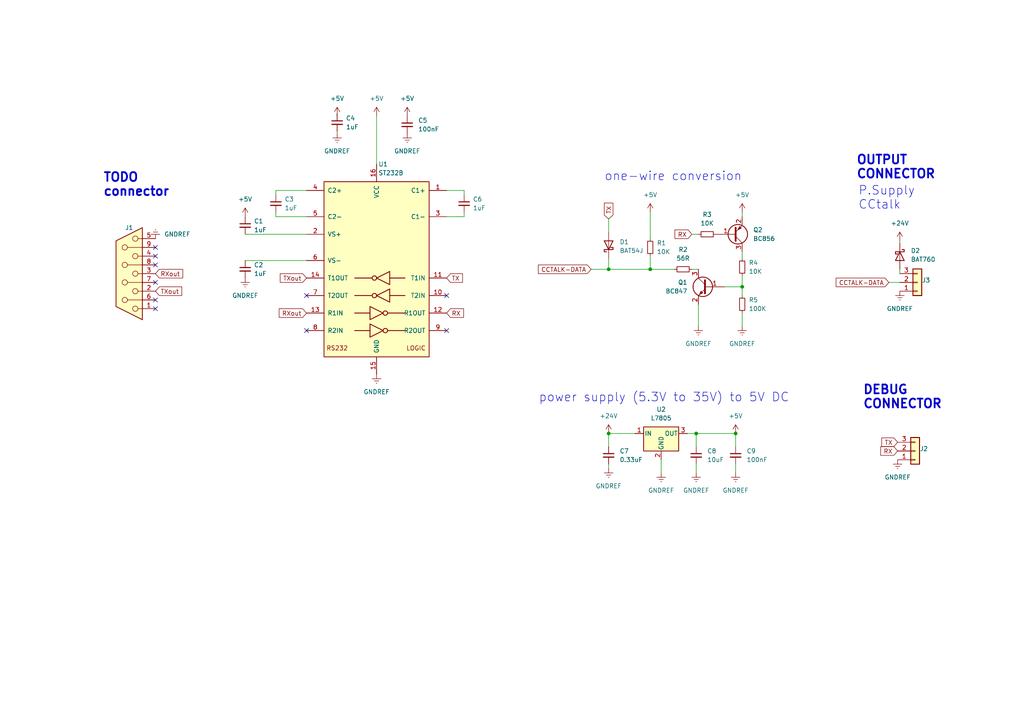
<source format=kicad_sch>
(kicad_sch (version 20211123) (generator eeschema)
  (paper "A4")
  (lib_symbols
    (symbol "CCtalk-converter-lib:BAT54J" (pin_numbers hide) (pin_names hide)
      (property "Reference" "D?" (at 3.175 0.9526 90))
      (property "Value" "BAT54J" (at 3.175 -1.5874 90))
      (symbol "BAT54J_0_1"
        (polyline (pts (xy 1.27 0) (xy -1.27 0)))
        (polyline (pts (xy 1.27 1.27) (xy 1.27 -1.27) (xy -1.27 0) (xy 1.27 1.27)) (stroke (width 0.254)))
        (polyline (pts (xy -1.905 0.635) (xy -1.905 1.27) (xy -1.27 1.27) (xy -1.27 -1.27) (xy -0.635 -1.27) (xy -0.635 -0.635)) (stroke (width 0.254)))
      )
      (symbol "BAT54J_1_1"
        (pin passive line (at -3.81 0 0) (length 2.54) (name "K") (number "1"))
        (pin passive line (at 3.81 0 180) (length 2.54) (name "A") (number "2"))
      )
    )
    (symbol "CCtalk-converter-lib:BC847" (pin_names (offset 0) hide)
      (property "Reference" "Q?" (at -5.08 1.2701 0))
      (property "Value" "BC847" (at -5.08 -1.2699 0))
      (symbol "BC847_0_1"
        (polyline (pts (xy 0.635 0.635) (xy 2.54 2.54)))
        (polyline (pts (xy 0.635 -0.635) (xy 2.54 -2.54) (xy 2.54 -2.54)))
        (polyline (pts (xy 0.635 1.905) (xy 0.635 -1.905) (xy 0.635 -1.905)) (stroke (width 0.508)))
        (polyline (pts (xy 1.27 -1.778) (xy 1.778 -1.27) (xy 2.286 -2.286) (xy 1.27 -1.778) (xy 1.27 -1.778)) (fill (type outline)))
        (circle (center 1.27 0) (radius 2.8194) (stroke (width 0.254)))
      )
      (symbol "BC847_1_1"
        (pin input line (at -5.08 0 0) (length 5.715) (name "B") (number "1"))
        (pin passive line (at 2.54 -5.08 90) (length 2.54) (name "E") (number "2"))
        (pin passive line (at 2.54 5.08 270) (length 2.54) (name "C") (number "3"))
      )
    )
    (symbol "CCtalk-converter-lib:BC856" (pin_names (offset 0) hide)
      (property "Reference" "Q?" (at 5.08 1.2701 0))
      (property "Value" "BC856" (at 5.08 -1.2699 0))
      (symbol "BC856_0_1"
        (polyline (pts (xy 0.635 0.635) (xy 2.54 2.54)))
        (polyline (pts (xy 0.635 -0.635) (xy 2.54 -2.54) (xy 2.54 -2.54)))
        (polyline (pts (xy 0.635 1.905) (xy 0.635 -1.905) (xy 0.635 -1.905)) (stroke (width 0.508)))
        (polyline (pts (xy 2.286 -1.778) (xy 1.778 -2.286) (xy 1.27 -1.27) (xy 2.286 -1.778) (xy 2.286 -1.778)) (fill (type outline)))
        (circle (center 1.27 0) (radius 2.8194) (stroke (width 0.254)))
      )
      (symbol "BC856_1_1"
        (pin input line (at -5.08 0 0) (length 5.715) (name "B") (number "1"))
        (pin passive line (at 2.54 -5.08 90) (length 2.54) (name "E") (number "2"))
        (pin passive line (at 2.54 5.08 270) (length 2.54) (name "C") (number "3"))
      )
    )
    (symbol "CCtalk-converter-lib:C" (pin_numbers hide) (pin_names (offset 0.254) hide)
      (property "Reference" "C?" (at 2.54 1.2638 0))
      (property "Value" "C" (at 2.54 -1.2762 0))
      (symbol "C_0_1"
        (polyline (pts (xy -1.524 -0.508) (xy 1.524 -0.508)) (stroke (width 0.3302)))
        (polyline (pts (xy -1.524 0.508) (xy 1.524 0.508)) (stroke (width 0.3048)))
      )
      (symbol "C_1_1"
        (pin passive line (at 0 2.54 270) (length 2.032) (name "~") (number "1"))
        (pin passive line (at 0 -2.54 90) (length 2.032) (name "~") (number "2"))
      )
    )
    (symbol "CCtalk-converter-lib:Conn_01x03" (pin_names (offset 1.016) hide)
      (property "Reference" "J?" (at 2.54 0.0001 0))
      (property "Value" "Conn_01x03" (at 2.54 -2.5399 0))
      (symbol "Conn_01x03_0_1"
        (rectangle (start -1.27 3.81) (end 1.27 -3.9116) (stroke (width 0.3)) (fill (type background)))
      )
      (symbol "Conn_01x03_1_1"
        (rectangle (start -1.27 -2.413) (end 0 -2.667) (stroke (width 0.1524)))
        (rectangle (start -1.27 0.127) (end 0 -0.127) (stroke (width 0.1524)))
        (rectangle (start -1.27 2.667) (end 0 2.413) (stroke (width 0.1524)))
        (pin passive line (at -5.08 2.54 0) (length 3.81) (name "Pin_1") (number "1"))
        (pin passive line (at -5.08 0 0) (length 3.81) (name "Pin_2") (number "2"))
        (pin passive line (at -5.08 -2.54 0) (length 3.81) (name "Pin_3") (number "3"))
      )
    )
    (symbol "CCtalk-converter-lib:L7805" (pin_names (offset 0.254))
      (property "Reference" "U?" (at 0 7.62 0))
      (property "Value" "L7805" (at 0 5.08 0))
      (symbol "L7805_0_1"
        (rectangle (start -5.08 1.905) (end 5.08 -5.08) (stroke (width 0.254)) (fill (type background)))
      )
      (symbol "L7805_1_1"
        (pin power_in line (at -7.62 0 0) (length 2.54) (name "IN") (number "1"))
        (pin power_in line (at 0 -7.62 90) (length 2.54) (name "GND") (number "2"))
        (pin power_out line (at 7.62 0 180) (length 2.54) (name "OUT") (number "3"))
      )
    )
    (symbol "CCtalk-converter-lib:R" (pin_numbers hide) (pin_names (offset 0.254) hide)
      (property "Reference" "R?" (at 2.54 1.2701 0))
      (property "Value" "R" (at 2.54 -1.2699 0))
      (symbol "R_0_1"
        (rectangle (start -0.762 1.778) (end 0.762 -1.778) (stroke (width 0.2032)))
      )
      (symbol "R_1_1"
        (pin passive line (at 0 2.54 270) (length 0.762) (name "~") (number "1"))
        (pin passive line (at 0 -2.54 90) (length 0.762) (name "~") (number "2"))
      )
    )
    (symbol "CCtalk-converter-lib:ST232B" (pin_names (offset 1.016))
      (property "Reference" "U?" (at 0.5206 30.48 0))
      (property "Value" "ST232B" (at 0.5206 27.94 0))
      (symbol "ST232B_0_0"
        (text "LOGIC" (at -11.43 -22.86 0) (effects (font (size 1.27 1.27))))
        (text "RS232" (at 11.43 -22.86 0) (effects (font (size 1.27 1.27))))
      )
      (symbol "ST232B_0_1"
        (rectangle (start -15.24 -25.4) (end 15.24 25.4) (stroke (width 0.254)) (fill (type background)))
        (circle (center -2.54 -17.78) (radius 0.635) (stroke (width 0.254)))
        (circle (center -2.54 -12.7) (radius 0.635) (stroke (width 0.254)))
        (polyline (pts (xy -3.81 -7.62) (xy -8.255 -7.62)) (stroke (width 0.254)))
        (polyline (pts (xy -3.81 -2.54) (xy -8.255 -2.54)) (stroke (width 0.254)))
        (polyline (pts (xy -3.175 -17.78) (xy -8.255 -17.78)) (stroke (width 0.254)))
        (polyline (pts (xy -3.175 -12.7) (xy -8.255 -12.7)) (stroke (width 0.254)))
        (polyline (pts (xy 1.27 -7.62) (xy 6.35 -7.62)) (stroke (width 0.254)))
        (polyline (pts (xy 1.27 -2.54) (xy 6.35 -2.54)) (stroke (width 0.254)))
        (polyline (pts (xy 1.905 -17.78) (xy 6.35 -17.78)) (stroke (width 0.254)))
        (polyline (pts (xy 1.905 -12.7) (xy 6.35 -12.7)) (stroke (width 0.254)))
        (polyline (pts (xy -3.81 -5.715) (xy -3.81 -9.525) (xy 0 -7.62) (xy -3.81 -5.715)) (stroke (width 0.254)))
        (polyline (pts (xy -3.81 -0.635) (xy -3.81 -4.445) (xy 0 -2.54) (xy -3.81 -0.635)) (stroke (width 0.254)))
        (polyline (pts (xy 1.905 -15.875) (xy 1.905 -19.685) (xy -1.905 -17.78) (xy 1.905 -15.875)) (stroke (width 0.254)))
        (polyline (pts (xy 1.905 -10.795) (xy 1.905 -14.605) (xy -1.905 -12.7) (xy 1.905 -10.795)) (stroke (width 0.254)))
        (circle (center 0.635 -7.62) (radius 0.635) (stroke (width 0.254)))
        (circle (center 0.635 -2.54) (radius 0.635) (stroke (width 0.254)))
      )
      (symbol "ST232B_1_1"
        (pin passive line (at -20.32 22.86 0) (length 5.08) (name "C1+") (number "1"))
        (pin input line (at -20.32 -7.62 0) (length 5.08) (name "T2IN") (number "10"))
        (pin input line (at -20.32 -2.54 0) (length 5.08) (name "T1IN") (number "11"))
        (pin output line (at -20.32 -12.7 0) (length 5.08) (name "R1OUT") (number "12"))
        (pin input line (at 20.32 -12.7 180) (length 5.08) (name "R1IN") (number "13"))
        (pin output line (at 20.32 -2.54 180) (length 5.08) (name "T1OUT") (number "14"))
        (pin power_in line (at 0 -30.48 90) (length 5.08) (name "GND") (number "15"))
        (pin power_in line (at 0 30.48 270) (length 5.08) (name "VCC") (number "16"))
        (pin power_out line (at 20.32 10.16 180) (length 5.08) (name "VS+") (number "2"))
        (pin passive line (at -20.32 15.24 0) (length 5.08) (name "C1-") (number "3"))
        (pin passive line (at 20.32 22.86 180) (length 5.08) (name "C2+") (number "4"))
        (pin passive line (at 20.32 15.24 180) (length 5.08) (name "C2-") (number "5"))
        (pin power_out line (at 20.32 2.54 180) (length 5.08) (name "VS-") (number "6"))
        (pin output line (at 20.32 -7.62 180) (length 5.08) (name "T2OUT") (number "7"))
        (pin input line (at 20.32 -17.78 180) (length 5.08) (name "R2IN") (number "8"))
        (pin output line (at -20.32 -17.78 0) (length 5.08) (name "R2OUT") (number "9"))
      )
    )
    (symbol "Connector:DB9_Female" (pin_names (offset 1.016) hide)
      (property "Reference" "J" (at 0 13.97 0))
      (property "Value" "DB9_Female" (at 0 -14.605 0))
      (symbol "DB9_Female_0_1"
        (circle (center -1.778 -10.16) (radius 0.762))
        (circle (center -1.778 -5.08) (radius 0.762))
        (circle (center -1.778 0) (radius 0.762))
        (circle (center -1.778 5.08) (radius 0.762))
        (circle (center -1.778 10.16) (radius 0.762))
        (polyline (pts (xy -3.81 -10.16) (xy -2.54 -10.16)))
        (polyline (pts (xy -3.81 -7.62) (xy 0.508 -7.62)))
        (polyline (pts (xy -3.81 -5.08) (xy -2.54 -5.08)))
        (polyline (pts (xy -3.81 -2.54) (xy 0.508 -2.54)))
        (polyline (pts (xy -3.81 0) (xy -2.54 0)))
        (polyline (pts (xy -3.81 2.54) (xy 0.508 2.54)))
        (polyline (pts (xy -3.81 5.08) (xy -2.54 5.08)))
        (polyline (pts (xy -3.81 7.62) (xy 0.508 7.62)))
        (polyline (pts (xy -3.81 10.16) (xy -2.54 10.16)))
        (polyline (pts (xy -3.81 13.335) (xy -3.81 -13.335) (xy 3.81 -9.525) (xy 3.81 9.525) (xy -3.81 13.335)) (stroke (width 0.254)) (fill (type background)))
        (circle (center 1.27 -7.62) (radius 0.762))
        (circle (center 1.27 -2.54) (radius 0.762))
        (circle (center 1.27 2.54) (radius 0.762))
        (circle (center 1.27 7.62) (radius 0.762))
      )
      (symbol "DB9_Female_1_1"
        (pin passive line (at -7.62 10.16 0) (length 3.81) (name "1") (number "1"))
        (pin passive line (at -7.62 5.08 0) (length 3.81) (name "2") (number "2"))
        (pin passive line (at -7.62 0 0) (length 3.81) (name "3") (number "3"))
        (pin passive line (at -7.62 -5.08 0) (length 3.81) (name "4") (number "4"))
        (pin passive line (at -7.62 -10.16 0) (length 3.81) (name "5") (number "5"))
        (pin passive line (at -7.62 7.62 0) (length 3.81) (name "6") (number "6"))
        (pin passive line (at -7.62 2.54 0) (length 3.81) (name "7") (number "7"))
        (pin passive line (at -7.62 -2.54 0) (length 3.81) (name "8") (number "8"))
        (pin passive line (at -7.62 -7.62 0) (length 3.81) (name "9") (number "9"))
      )
    )
    (symbol "power:+24V" (power) (pin_names (offset 0))
      (property "Value" "+24V" (at 0 3.556 0))
      (symbol "+24V_0_1"
        (polyline (pts (xy -0.762 1.27) (xy 0 2.54)))
        (polyline (pts (xy 0 0) (xy 0 2.54)))
        (polyline (pts (xy 0 2.54) (xy 0.762 1.27)))
      )
      (symbol "+24V_1_1"
        (pin power_in line (at 0 0 90) (length 0) hide (name "+24V") (number "1"))
      )
    )
    (symbol "power:+5V" (power) (pin_names (offset 0))
      (property "Value" "+5V" (at 0 3.556 0))
      (symbol "+5V_0_1"
        (polyline (pts (xy -0.762 1.27) (xy 0 2.54)))
        (polyline (pts (xy 0 0) (xy 0 2.54)))
        (polyline (pts (xy 0 2.54) (xy 0.762 1.27)))
      )
      (symbol "+5V_1_1"
        (pin power_in line (at 0 0 90) (length 0) hide (name "+5V") (number "1"))
      )
    )
    (symbol "power:GNDREF" (power) (pin_names (offset 0))
      (property "Value" "GNDREF" (at 0 -3.81 0))
      (symbol "GNDREF_0_1"
        (polyline (pts (xy -0.635 -1.905) (xy 0.635 -1.905)))
        (polyline (pts (xy -0.127 -2.54) (xy 0.127 -2.54)))
        (polyline (pts (xy 0 -1.27) (xy 0 0)))
        (polyline (pts (xy 1.27 -1.27) (xy -1.27 -1.27)))
      )
      (symbol "GNDREF_1_1"
        (pin power_in line (at 0 0 270) (length 0) hide (name "GNDREF") (number "1"))
      )
    )
  )
  (junction (at 176.53 125.73))
  (junction (at 176.53 78.105))
  (junction (at 188.595 78.105))
  (junction (at 201.93 125.73))
  (junction (at 215.265 83.185))
  (junction (at 213.36 125.73))
  (no_connect (at 45.085 81.915))
  (no_connect (at 45.085 71.755))
  (no_connect (at 88.9 85.725))
  (no_connect (at 88.9 95.885))
  (no_connect (at 45.085 86.995))
  (no_connect (at 129.54 95.885))
  (no_connect (at 129.54 85.725))
  (no_connect (at 45.085 76.835))
  (no_connect (at 45.085 89.535))
  (no_connect (at 45.085 74.295))
  (wire (pts (xy 134.62 55.245) (xy 134.62 56.515)))
  (wire (pts (xy 71.12 67.945) (xy 88.9 67.945)))
  (wire (pts (xy 215.265 83.185) (xy 215.265 85.725)))
  (wire (pts (xy 260.985 69.85) (xy 260.985 70.485)))
  (wire (pts (xy 191.77 133.35) (xy 191.77 137.16)))
  (wire (pts (xy 97.79 33.02) (xy 97.79 33.655)))
  (wire (pts (xy 80.01 61.595) (xy 80.01 62.865)))
  (wire (pts (xy 129.54 62.865) (xy 134.62 62.865)))
  (wire (pts (xy 176.53 63.5) (xy 176.53 67.31)))
  (wire (pts (xy 201.93 129.54) (xy 201.93 125.73)))
  (wire (pts (xy 213.36 129.54) (xy 213.36 125.73)))
  (wire (pts (xy 215.265 80.01) (xy 215.265 83.185)))
  (wire (pts (xy 97.79 38.1) (xy 97.79 38.735)))
  (wire (pts (xy 71.12 75.565) (xy 88.9 75.565)))
  (wire (pts (xy 215.265 90.805) (xy 215.265 94.615)))
  (wire (pts (xy 129.54 55.245) (xy 134.62 55.245)))
  (wire (pts (xy 200.66 67.945) (xy 202.565 67.945)))
  (wire (pts (xy 80.01 62.865) (xy 88.9 62.865)))
  (wire (pts (xy 80.01 55.245) (xy 80.01 56.515)))
  (wire (pts (xy 188.595 61.595) (xy 188.595 69.215)))
  (wire (pts (xy 215.265 74.93) (xy 215.265 73.025)))
  (wire (pts (xy 134.62 62.865) (xy 134.62 61.595)))
  (wire (pts (xy 109.22 33.655) (xy 109.22 47.625)))
  (wire (pts (xy 171.45 78.105) (xy 176.53 78.105)))
  (wire (pts (xy 176.53 134.62) (xy 176.53 135.89)))
  (wire (pts (xy 260.985 78.105) (xy 260.985 79.375)))
  (wire (pts (xy 202.565 88.265) (xy 202.565 94.615)))
  (wire (pts (xy 188.595 78.105) (xy 195.58 78.105)))
  (wire (pts (xy 176.53 129.54) (xy 176.53 125.73)))
  (wire (pts (xy 213.36 134.62) (xy 213.36 137.16)))
  (wire (pts (xy 176.53 125.73) (xy 184.15 125.73)))
  (wire (pts (xy 199.39 125.73) (xy 201.93 125.73)))
  (wire (pts (xy 210.185 83.185) (xy 215.265 83.185)))
  (wire (pts (xy 201.93 125.73) (xy 213.36 125.73)))
  (wire (pts (xy 215.265 61.595) (xy 215.265 62.865)))
  (wire (pts (xy 188.595 74.295) (xy 188.595 78.105)))
  (wire (pts (xy 176.53 78.105) (xy 188.595 78.105)))
  (wire (pts (xy 176.53 74.93) (xy 176.53 78.105)))
  (wire (pts (xy 88.9 55.245) (xy 80.01 55.245)))
  (wire (pts (xy 201.93 134.62) (xy 201.93 137.16)))
  (wire (pts (xy 257.81 81.915) (xy 260.985 81.915)))
  (wire (pts (xy 200.66 78.105) (xy 202.565 78.105)))
  (text "OUTPUT\nCONNECTOR" (at 248.285 52.07 0) (effects (font (size 2.54 2.54) (thickness 0.508) bold) (justify left bottom)))
  (text "P.Supply\nCCtalk" (at 248.92 60.96 0) (effects (font (size 2.54 2.54)) (justify left bottom)))
  (text "DEBUG\nCONNECTOR" (at 250.19 118.745 0) (effects (font (size 2.54 2.54) (thickness 0.508) bold) (justify left bottom)))
  (text "TODO\nconnector" (at 29.845 57.15 0) (effects (font (size 2.54 2.54) (thickness 0.508) bold) (justify left bottom)))
  (text "power supply (5.3V to 35V) to 5V DC" (at 156.21 116.84 0) (effects (font (size 2.54 2.54)) (justify left bottom)))
  (text "one-wire conversion" (at 175.26 52.705 0) (effects (font (size 2.54 2.54)) (justify left bottom)))
  (global_label "TXout" (shape input) (at 88.9 80.645 180) (property "Intersheet References" "${INTERSHEET_REFS}" (effects hide)))
  (global_label "RX" (shape input) (at 200.66 67.945 180) (property "Intersheet References" "${INTERSHEET_REFS}" (effects hide)))
  (global_label "RXout" (shape input) (at 45.085 79.375 0) (property "Intersheet References" "${INTERSHEET_REFS}" (effects hide)))
  (global_label "RX" (shape input) (at 129.54 90.805 0) (property "Intersheet References" "${INTERSHEET_REFS}" (effects hide)))
  (global_label "CCTALK-DATA" (shape input) (at 171.45 78.105 180) (property "Intersheet References" "${INTERSHEET_REFS}" (effects hide)))
  (global_label "TX" (shape input) (at 260.35 128.27 180) (property "Intersheet References" "${INTERSHEET_REFS}" (effects hide)))
  (global_label "TX" (shape input) (at 176.53 63.5 90) (property "Intersheet References" "${INTERSHEET_REFS}" (effects hide)))
  (global_label "CCTALK-DATA" (shape input) (at 257.81 81.915 180) (property "Intersheet References" "${INTERSHEET_REFS}" (effects hide)))
  (global_label "TXout" (shape input) (at 45.085 84.455 0) (property "Intersheet References" "${INTERSHEET_REFS}" (effects hide)))
  (global_label "RXout" (shape input) (at 88.9 90.805 180) (property "Intersheet References" "${INTERSHEET_REFS}" (effects hide)))
  (global_label "RX" (shape input) (at 260.35 130.81 180) (property "Intersheet References" "${INTERSHEET_REFS}" (effects hide)))
  (global_label "TX" (shape input) (at 129.54 80.645 0) (property "Intersheet References" "${INTERSHEET_REFS}" (effects hide)))
  (symbol (lib_id "power:+5V") (at 213.36 125.73 0) (unit 1)
    (property "Reference" "#PWR0108" (effects hide))
    (property "Value" "+5V" (at 213.36 120.65 0))
  )
  (symbol (lib_id "CCtalk-converter-lib:C") (at 97.79 35.56 0) (unit 1)
    (property "Reference" "C4" (at 100.33 34.2962 0) (effects (justify left)))
    (property "Value" "1uF" (at 100.33 36.8362 0) (effects (justify left)))
    (property "Footprint" "CCtalk-converter-footprints-lib:C_0603_1608Metric" (effects hide))
    (property "Datasheet" "https://eu.mouser.com/datasheet/2/40/KGM_X7R-3223212.pdf" (effects hide))
    (property "MPN" "06036C105MAT2A" (effects hide))
  )
  (symbol (lib_id "power:GNDREF") (at 215.265 94.615 0) (unit 1)
    (property "Reference" "#PWR0113" (effects hide))
    (property "Value" "GNDREF" (at 215.265 99.695 0))
  )
  (symbol (lib_id "power:+24V") (at 260.985 69.85 0) (unit 1)
    (property "Reference" "#PWR0116" (effects hide))
    (property "Value" "+24V" (at 260.985 64.77 0))
  )
  (symbol (lib_id "power:GNDREF") (at 260.35 133.35 0) (unit 1)
    (property "Reference" "#PWR0118" (effects hide))
    (property "Value" "GNDREF" (at 260.35 138.43 0))
  )
  (symbol (lib_id "power:GNDREF") (at 201.93 137.16 0) (unit 1)
    (property "Reference" "#PWR0109" (effects hide))
    (property "Value" "GNDREF" (at 201.93 142.24 0))
  )
  (symbol (lib_id "CCtalk-converter-lib:L7805") (at 191.77 125.73 0) (unit 1)
    (property "Reference" "U2" (at 191.77 118.745 0))
    (property "Value" "L7805" (at 191.77 121.285 0))
    (property "Footprint" "CCtalk-converter-footprints-lib:TO-252-3_TabPin2" (effects hide))
    (property "Datasheet" "https://www.ti.com/lit/ds/symlink/ua78m.pdf?ts=1738532170293&ref_url=https%253A%252F%252Feu.mouser.com%252F" (effects hide))
    (property "MPN" "UA78M05IDCYR" (effects hide))
  )
  (symbol (lib_id "power:GNDREF") (at 109.22 108.585 0) (unit 1)
    (property "Reference" "#PWR0101" (effects hide))
    (property "Value" "GNDREF" (at 109.22 113.665 0))
  )
  (symbol (lib_id "CCtalk-converter-lib:C") (at 118.11 36.195 0) (unit 1)
    (property "Reference" "C5" (at 121.285 34.9312 0) (effects (justify left)))
    (property "Value" "100nF" (at 121.285 37.4712 0) (effects (justify left)))
    (property "Footprint" "CCtalk-converter-footprints-lib:C_0603_1608Metric" (effects hide))
    (property "Datasheet" "https://eu.mouser.com/datasheet/2/40/KGM_X7R-3223212.pdf" (effects hide))
    (property "MPN" "06036C105MAT2A" (effects hide))
  )
  (symbol (lib_id "power:GNDREF") (at 97.79 38.735 0) (unit 1)
    (property "Reference" "#PWR0105" (effects hide))
    (property "Value" "GNDREF" (at 97.79 43.815 0))
  )
  (symbol (lib_id "CCtalk-converter-lib:R") (at 198.12 78.105 270) (unit 1)
    (property "Reference" "R2" (at 198.12 72.39 90))
    (property "Value" "56R" (at 198.12 74.93 90))
    (property "Footprint" "CCtalk-converter-footprints-lib:R_0603_1608Metric" (effects hide))
    (property "Datasheet" "https://eu.mouser.com/datasheet/2/447/PYu_RT_1_to_0_01_RoHS_L_15-3461507.pdf" (effects hide))
    (property "MPN" "RT0603FRE1310KL" (effects hide))
  )
  (symbol (lib_id "CCtalk-converter-lib:C") (at 176.53 132.08 0) (unit 1)
    (property "Reference" "C7" (at 179.705 130.8162 0) (effects (justify left)))
    (property "Value" "0.33uF" (at 179.705 133.3562 0) (effects (justify left)))
    (property "Footprint" "CCtalk-converter-footprints-lib:C_0603_1608Metric" (effects hide))
    (property "Datasheet" "https://eu.mouser.com/datasheet/2/40/KGM_X7R-3223212.pdf" (effects hide))
    (property "MPN" "06036C105MAT2A" (effects hide))
  )
  (symbol (lib_id "power:+24V") (at 176.53 125.73 0) (unit 1)
    (property "Reference" "#PWR0107" (effects hide))
    (property "Value" "+24V" (at 176.53 120.65 0))
  )
  (symbol (lib_id "CCtalk-converter-lib:C") (at 201.93 132.08 0) (unit 1)
    (property "Reference" "C8" (at 205.105 130.8162 0) (effects (justify left)))
    (property "Value" "10uF" (at 205.105 133.3562 0) (effects (justify left)))
    (property "Footprint" "CCtalk-converter-footprints-lib:C_0603_1608Metric" (effects hide))
    (property "Datasheet" "https://eu.mouser.com/datasheet/2/40/KGM_X7R-3223212.pdf" (effects hide))
    (property "MPN" "06036C105MAT2A" (effects hide))
  )
  (symbol (lib_id "CCtalk-converter-lib:C") (at 213.36 132.08 0) (unit 1)
    (property "Reference" "C9" (at 216.535 130.8162 0) (effects (justify left)))
    (property "Value" "100nF" (at 216.535 133.3562 0) (effects (justify left)))
    (property "Footprint" "CCtalk-converter-footprints-lib:C_0603_1608Metric" (effects hide))
    (property "Datasheet" "https://eu.mouser.com/datasheet/2/40/KGM_X7R-3223212.pdf" (effects hide))
    (property "MPN" "06036C105MAT2A" (effects hide))
  )
  (symbol (lib_id "CCtalk-converter-lib:C") (at 71.12 65.405 0) (unit 1)
    (property "Reference" "C1" (at 73.66 64.1412 0) (effects (justify left)))
    (property "Value" "1uF" (at 73.66 66.6812 0) (effects (justify left)))
    (property "Footprint" "CCtalk-converter-footprints-lib:C_0603_1608Metric" (effects hide))
    (property "Datasheet" "https://eu.mouser.com/datasheet/2/40/KGM_X7R-3223212.pdf" (effects hide))
    (property "MPN" "06036C105MAT2A" (effects hide))
  )
  (symbol (lib_id "CCtalk-converter-lib:BC856") (at 212.725 67.945 0) (mirror x) (unit 1)
    (property "Reference" "Q2" (at 218.44 66.6749 0) (effects (justify left)))
    (property "Value" "BC856" (at 218.44 69.2149 0) (effects (justify left)))
    (property "Footprint" "CCtalk-converter-footprints-lib:SOT-23" (effects hide))
    (property "Datasheet" "https://assets.nexperia.com/documents/data-sheet/BC856-Q_BC857-Q_BC858-Q.pdf" (effects hide))
    (property "MPN" "BC856A-QR" (effects hide))
  )
  (symbol (lib_id "power:+5V") (at 118.11 33.655 0) (unit 1)
    (property "Reference" "#PWR0102" (effects hide))
    (property "Value" "+5V" (at 118.11 28.575 0))
  )
  (symbol (lib_id "CCtalk-converter-lib:BAT54J") (at 176.53 71.12 90) (unit 1)
    (property "Reference" "D1" (at 179.705 70.1674 90) (effects (justify right)))
    (property "Value" "BAT54J" (at 179.705 72.7074 90) (effects (justify right)))
    (property "Footprint" "CCtalk-converter-footprints-lib:D_SOD-323F" (effects hide))
    (property "Datasheet" "https://www.onsemi.com/PowerSolutions/product.do?id=BAT54HT1G" (effects hide))
    (property "MPN" "BAT54HT1G" (effects hide))
  )
  (symbol (lib_id "CCtalk-converter-lib:C") (at 80.01 59.055 0) (unit 1)
    (property "Reference" "C3" (at 82.55 57.7912 0) (effects (justify left)))
    (property "Value" "1uF" (at 82.55 60.3312 0) (effects (justify left)))
    (property "Footprint" "CCtalk-converter-footprints-lib:C_0603_1608Metric" (effects hide))
    (property "Datasheet" "https://eu.mouser.com/datasheet/2/40/KGM_X7R-3223212.pdf" (effects hide))
    (property "MPN" "06036C105MAT2A" (effects hide))
  )
  (symbol (lib_id "Connector:DB9_Female") (at 37.465 79.375 180) (unit 1)
    (property "Reference" "J1" (at 37.465 66.04 0))
    (property "Value" "DB9_Female" (effects hide))
    (property "Footprint" "CCtalk-converter-footprints-lib:4pin-JST-XH-header-SMT" (effects hide))
    (property "Datasheet" " ~" (effects hide))
    (property "MPN" "DE09S064TLF" (effects hide))
  )
  (symbol (lib_id "power:+5V") (at 109.22 33.655 0) (unit 1)
    (property "Reference" "#PWR0103" (effects hide))
    (property "Value" "+5V" (at 109.22 28.575 0))
  )
  (symbol (lib_id "CCtalk-converter-lib:R") (at 215.265 77.47 0) (unit 1)
    (property "Reference" "R4" (at 217.17 76.1999 0) (effects (justify left)))
    (property "Value" "10K" (at 217.17 78.7399 0) (effects (justify left)))
    (property "Footprint" "CCtalk-converter-footprints-lib:R_0603_1608Metric" (effects hide))
    (property "Datasheet" "https://eu.mouser.com/datasheet/2/447/PYu_RT_1_to_0_01_RoHS_L_15-3461507.pdf" (effects hide))
    (property "MPN" "RT0603FRE1310KL" (effects hide))
  )
  (symbol (lib_id "power:+5V") (at 71.12 62.865 0) (unit 1)
    (property "Reference" "#PWR0121" (effects hide))
    (property "Value" "+5V" (at 71.12 57.785 0))
  )
  (symbol (lib_id "power:GNDREF") (at 191.77 137.16 0) (unit 1)
    (property "Reference" "#PWR0111" (effects hide))
    (property "Value" "GNDREF" (at 191.77 142.24 0))
  )
  (symbol (lib_id "power:GNDREF") (at 202.565 94.615 0) (unit 1)
    (property "Reference" "#PWR0114" (effects hide))
    (property "Value" "GNDREF" (at 202.565 99.695 0))
  )
  (symbol (lib_id "power:GNDREF") (at 213.36 137.16 0) (unit 1)
    (property "Reference" "#PWR0110" (effects hide))
    (property "Value" "GNDREF" (at 213.36 142.24 0))
  )
  (symbol (lib_id "CCtalk-converter-lib:Conn_01x03") (at 266.065 81.915 0) (mirror x) (unit 1)
    (property "Reference" "J3" (at 268.605 81.28 0))
    (property "Value" "CCtalk Cable" (effects hide))
    (property "Footprint" "CCtalk-converter-footprints-lib:PCB_terminal_block_Header_1x03_clamp" (effects hide))
    (property "Datasheet" "/" (effects hide))
    (property "MPN" "/" (effects hide))
  )
  (symbol (lib_id "CCtalk-converter-lib:BC847") (at 205.105 83.185 0) (mirror y) (unit 1)
    (property "Reference" "Q1" (at 199.39 81.9149 0) (effects (justify left)))
    (property "Value" "BC847" (at 199.39 84.4549 0) (effects (justify left)))
    (property "Footprint" "CCtalk-converter-footprints-lib:SOT-23" (effects hide))
    (property "Datasheet" "https://www.onsemi.com/PowerSolutions/product.do?id=BC847CWT1G" (effects hide))
    (property "MPN" "BC847CWT1G" (effects hide))
  )
  (symbol (lib_id "power:+5V") (at 188.595 61.595 0) (unit 1)
    (property "Reference" "#PWR0119" (effects hide))
    (property "Value" "+5V" (at 188.595 56.515 0))
  )
  (symbol (lib_id "power:+5V") (at 97.79 33.655 0) (unit 1)
    (property "Reference" "#PWR0106" (effects hide))
    (property "Value" "+5V" (at 97.79 28.575 0))
  )
  (symbol (lib_id "CCtalk-converter-lib:R") (at 215.265 88.265 180) (unit 1)
    (property "Reference" "R5" (at 217.17 86.9949 0) (effects (justify right)))
    (property "Value" "100K" (at 217.17 89.5349 0) (effects (justify right)))
    (property "Footprint" "CCtalk-converter-footprints-lib:R_0603_1608Metric" (effects hide))
    (property "Datasheet" "https://eu.mouser.com/datasheet/2/447/PYu_RT_1_to_0_01_RoHS_L_15-3461507.pdf" (effects hide))
    (property "MPN" "RT0603FRE1310KL" (effects hide))
  )
  (symbol (lib_id "CCtalk-converter-lib:BAT54J") (at 260.985 74.295 270) (unit 1)
    (property "Reference" "D2" (at 264.16 72.7074 90) (effects (justify left)))
    (property "Value" "BAT760" (at 264.16 75.2474 90) (effects (justify left)))
    (property "Footprint" "CCtalk-converter-footprints-lib:D_SOD-323F" (effects hide))
    (property "Datasheet" "https://www.onsemi.com/PowerSolutions/product.do?id=BAT54HT1G" (effects hide))
    (property "MPN" "BAT54HT1G" (effects hide))
  )
  (symbol (lib_id "power:GNDREF") (at 118.11 38.735 0) (unit 1)
    (property "Reference" "#PWR0104" (effects hide))
    (property "Value" "GNDREF" (at 118.11 43.815 0))
  )
  (symbol (lib_id "CCtalk-converter-lib:Conn_01x03") (at 265.43 130.81 0) (mirror x) (unit 1)
    (property "Reference" "J2" (at 267.97 130.175 0))
    (property "Value" "CCtalk Cable" (effects hide))
    (property "Footprint" "CCtalk-converter-footprints-lib:Header_1x03_P2.54mm_Vertical" (effects hide))
    (property "Datasheet" "/" (effects hide))
    (property "MPN" "/" (effects hide))
  )
  (symbol (lib_id "power:GNDREF") (at 176.53 135.89 0) (unit 1)
    (property "Reference" "#PWR0112" (effects hide))
    (property "Value" "GNDREF" (at 176.53 140.97 0))
  )
  (symbol (lib_id "power:GNDREF") (at 71.12 80.645 0) (unit 1)
    (property "Reference" "#PWR0120" (effects hide))
    (property "Value" "GNDREF" (at 71.12 85.725 0))
  )
  (symbol (lib_id "CCtalk-converter-lib:R") (at 188.595 71.755 0) (unit 1)
    (property "Reference" "R1" (at 190.5 70.4849 0) (effects (justify left)))
    (property "Value" "10K" (at 190.5 73.0249 0) (effects (justify left)))
    (property "Footprint" "CCtalk-converter-footprints-lib:R_0603_1608Metric" (effects hide))
    (property "Datasheet" "https://eu.mouser.com/datasheet/2/447/PYu_RT_1_to_0_01_RoHS_L_15-3461507.pdf" (effects hide))
    (property "MPN" "RT0603FRE1310KL" (effects hide))
  )
  (symbol (lib_id "power:GNDREF") (at 260.985 84.455 0) (unit 1)
    (property "Reference" "#PWR0117" (effects hide))
    (property "Value" "GNDREF" (at 260.985 89.535 0))
  )
  (symbol (lib_id "power:+5V") (at 215.265 61.595 0) (unit 1)
    (property "Reference" "#PWR0115" (effects hide))
    (property "Value" "+5V" (at 215.265 56.515 0))
  )
  (symbol (lib_id "CCtalk-converter-lib:R") (at 205.105 67.945 90) (unit 1)
    (property "Reference" "R3" (at 205.105 62.23 90))
    (property "Value" "10K" (at 205.105 64.77 90))
    (property "Footprint" "CCtalk-converter-footprints-lib:R_0603_1608Metric" (effects hide))
    (property "Datasheet" "https://eu.mouser.com/datasheet/2/447/PYu_RT_1_to_0_01_RoHS_L_15-3461507.pdf" (effects hide))
    (property "MPN" "RT0603FRE1310KL" (effects hide))
  )
  (symbol (lib_id "CCtalk-converter-lib:C") (at 134.62 59.055 0) (unit 1)
    (property "Reference" "C6" (at 137.16 57.7912 0) (effects (justify left)))
    (property "Value" "1uF" (at 137.16 60.3312 0) (effects (justify left)))
    (property "Footprint" "CCtalk-converter-footprints-lib:C_0603_1608Metric" (effects hide))
    (property "Datasheet" "https://eu.mouser.com/datasheet/2/40/KGM_X7R-3223212.pdf" (effects hide))
    (property "MPN" "06036C105MAT2A" (effects hide))
  )
  (symbol (lib_id "power:GNDREF") (at 45.085 69.215 180) (unit 1)
    (property "Reference" "#PWR0122" (effects hide))
    (property "Value" "GNDREF" (at 47.625 67.9449 0) (effects (justify right)))
  )
  (symbol (lib_id "CCtalk-converter-lib:C") (at 71.12 78.105 0) (unit 1)
    (property "Reference" "C2" (at 73.66 76.8412 0) (effects (justify left)))
    (property "Value" "1uF" (at 73.66 79.3812 0) (effects (justify left)))
    (property "Footprint" "CCtalk-converter-footprints-lib:C_0603_1608Metric" (effects hide))
    (property "Datasheet" "https://eu.mouser.com/datasheet/2/40/KGM_X7R-3223212.pdf" (effects hide))
    (property "MPN" "06036C105MAT2A" (effects hide))
  )
  (symbol (lib_id "CCtalk-converter-lib:ST232B") (at 109.22 78.105 0) (mirror y) (unit 1)
    (property "Reference" "U1" (at 109.7406 47.625 0) (effects (justify right)))
    (property "Value" "ST232B" (at 109.7406 50.165 0) (effects (justify right)))
    (property "Footprint" "CCtalk-converter-footprints-lib:SOIC-16_4.55x10.3mm_P1.27mm" (effects hide))
    (property "Datasheet" "https://eu.mouser.com/datasheet/2/389/st232b-1850209.pdf" (effects hide))
    (property "MPN" "ST232BDR" (effects hide))
  )
)
</source>
